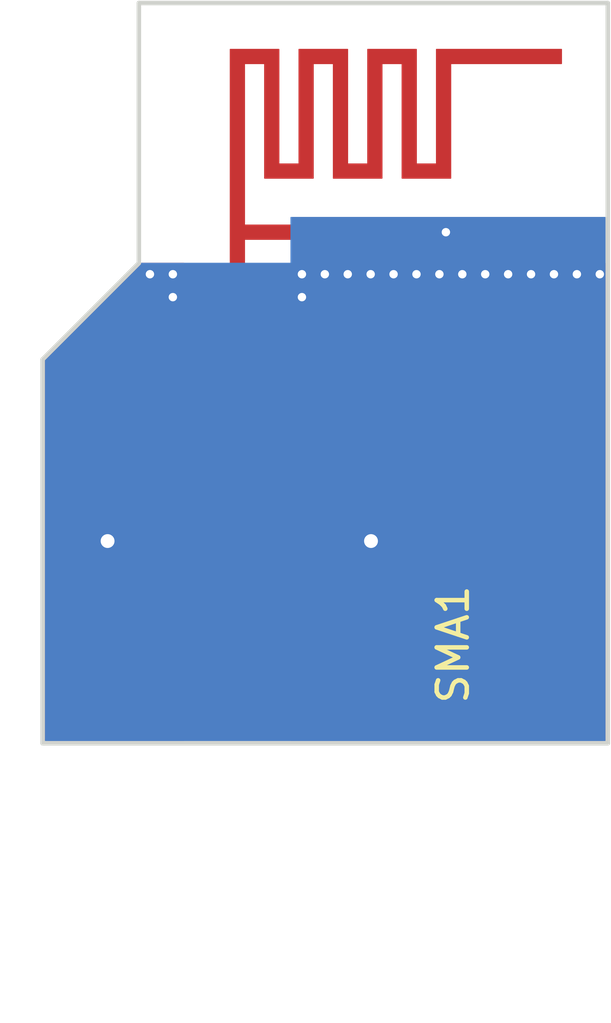
<source format=kicad_pcb>
(kicad_pcb (version 4) (host pcbnew 4.0.5)

  (general
    (links 10)
    (no_connects 1)
    (area 145.585 97.131199 166.239802 131.355001)
    (thickness 1.6)
    (drawings 11)
    (tracks 19)
    (zones 0)
    (modules 1)
    (nets 2)
  )

  (page A4)
  (layers
    (0 F.Cu signal)
    (31 B.Cu power)
    (32 B.Adhes user hide)
    (33 F.Adhes user hide)
    (34 B.Paste user hide)
    (35 F.Paste user hide)
    (36 B.SilkS user hide)
    (37 F.SilkS user hide)
    (38 B.Mask user hide)
    (39 F.Mask user hide)
    (40 Dwgs.User user hide)
    (41 Cmts.User user hide)
    (42 Eco1.User user hide)
    (43 Eco2.User user hide)
    (44 Edge.Cuts user)
    (45 Margin user)
    (46 B.CrtYd user hide)
    (47 F.CrtYd user hide)
    (48 B.Fab user)
    (49 F.Fab user)
  )

  (setup
    (last_trace_width 0.25)
    (user_trace_width 0.508)
    (user_trace_width 2.921)
    (trace_clearance 0.2)
    (zone_clearance 0.508)
    (zone_45_only yes)
    (trace_min 0.2)
    (segment_width 0.2)
    (edge_width 0.15)
    (via_size 0.6)
    (via_drill 0.4)
    (via_min_size 0.2794)
    (via_min_drill 0.2794)
    (user_via 0.381 0.2794)
    (uvia_size 0.3)
    (uvia_drill 0.1)
    (uvias_allowed no)
    (uvia_min_size 0.2)
    (uvia_min_drill 0.1)
    (pcb_text_width 0.3)
    (pcb_text_size 1.5 1.5)
    (mod_edge_width 0.15)
    (mod_text_size 1 1)
    (mod_text_width 0.15)
    (pad_size 1.524 1.524)
    (pad_drill 0.762)
    (pad_to_mask_clearance 0.2)
    (aux_axis_origin 147.1168 121.8438)
    (grid_origin 147.1168 121.8438)
    (visible_elements 7FFFFFFF)
    (pcbplotparams
      (layerselection 0x030f0_80000001)
      (usegerberextensions false)
      (excludeedgelayer true)
      (linewidth 0.127000)
      (plotframeref false)
      (viasonmask false)
      (mode 1)
      (useauxorigin true)
      (hpglpennumber 1)
      (hpglpenspeed 20)
      (hpglpendiameter 15)
      (hpglpenoverlay 2)
      (psnegative false)
      (psa4output false)
      (plotreference true)
      (plotvalue true)
      (plotinvisibletext false)
      (padsonsilk false)
      (subtractmaskfromsilk false)
      (outputformat 1)
      (mirror false)
      (drillshape 0)
      (scaleselection 1)
      (outputdirectory ""))
  )

  (net 0 "")
  (net 1 GND)

  (net_class Default "This is the default net class."
    (clearance 0.2)
    (trace_width 0.25)
    (via_dia 0.6)
    (via_drill 0.4)
    (uvia_dia 0.3)
    (uvia_drill 0.1)
    (add_net GND)
  )

  (module Connectors_Molex:Molex_SMA_Jack_Edge_Mount (layer F.Cu) (tedit 587D2992) (tstamp 58ABD0A8)
    (at 153.67 116.84 90)
    (descr "Molex SMA Jack, Edge Mount, http://www.molex.com/pdm_docs/sd/732511150_sd.pdf")
    (tags "sma edge")
    (path /58AB8622)
    (attr smd)
    (fp_text reference SMA1 (at -1.72 7.11 90) (layer F.SilkS)
      (effects (font (size 1 1) (thickness 0.15)))
    )
    (fp_text value SMA_JPXSTEM1 (at -1.72 -7.11 90) (layer F.Fab)
      (effects (font (size 1 1) (thickness 0.15)))
    )
    (fp_line (start -4.76 -0.38) (end 0.49 -0.38) (layer F.Fab) (width 0.1))
    (fp_line (start -4.76 0.38) (end 0.49 0.38) (layer F.Fab) (width 0.1))
    (fp_line (start 0.49 -0.38) (end 0.49 0.38) (layer F.Fab) (width 0.1))
    (fp_line (start 0.49 3.75) (end 0.49 4.76) (layer F.Fab) (width 0.1))
    (fp_line (start 0.49 -4.76) (end 0.49 -3.75) (layer F.Fab) (width 0.1))
    (fp_line (start -14.29 -6.09) (end -14.29 6.09) (layer F.CrtYd) (width 0.05))
    (fp_line (start -14.29 6.09) (end 2.71 6.09) (layer F.CrtYd) (width 0.05))
    (fp_line (start 2.71 -6.09) (end 2.71 6.09) (layer B.CrtYd) (width 0.05))
    (fp_line (start -14.29 -6.09) (end 2.71 -6.09) (layer B.CrtYd) (width 0.05))
    (fp_line (start -14.29 -6.09) (end -14.29 6.09) (layer B.CrtYd) (width 0.05))
    (fp_line (start -14.29 6.09) (end 2.71 6.09) (layer B.CrtYd) (width 0.05))
    (fp_line (start 2.71 -6.09) (end 2.71 6.09) (layer F.CrtYd) (width 0.05))
    (fp_line (start 2.71 -6.09) (end -14.29 -6.09) (layer F.CrtYd) (width 0.05))
    (fp_line (start -4.76 -3.75) (end 0.49 -3.75) (layer F.Fab) (width 0.1))
    (fp_line (start -4.76 3.75) (end 0.49 3.75) (layer F.Fab) (width 0.1))
    (fp_line (start -13.79 -2.65) (end -5.91 -2.65) (layer F.Fab) (width 0.1))
    (fp_line (start -13.79 -2.65) (end -13.79 2.65) (layer F.Fab) (width 0.1))
    (fp_line (start -13.79 2.65) (end -5.91 2.65) (layer F.Fab) (width 0.1))
    (fp_line (start -4.76 -3.75) (end -4.76 3.75) (layer F.Fab) (width 0.1))
    (fp_line (start 0.49 -4.76) (end -5.91 -4.76) (layer F.Fab) (width 0.1))
    (fp_line (start -5.91 -4.76) (end -5.91 4.76) (layer F.Fab) (width 0.1))
    (fp_line (start -5.91 4.76) (end 0.49 4.76) (layer F.Fab) (width 0.1))
    (pad 1 smd rect (at -1.72 0 90) (size 5.08 2.29) (layers F.Cu F.Paste F.Mask)
      (net 1 GND))
    (pad 2 smd rect (at -1.72 -4.38 90) (size 5.08 2.42) (layers F.Cu F.Paste F.Mask)
      (net 1 GND))
    (pad 2 smd rect (at -1.72 4.38 90) (size 5.08 2.42) (layers F.Cu F.Paste F.Mask)
      (net 1 GND))
    (pad 2 smd rect (at -1.72 -4.38 90) (size 5.08 2.42) (layers B.Cu B.Paste B.Mask)
      (net 1 GND))
    (pad 2 smd rect (at -1.72 4.38 90) (size 5.08 2.42) (layers B.Cu B.Paste B.Mask)
      (net 1 GND))
    (pad 2 thru_hole circle (at 1.72 -4.38 90) (size 0.97 0.97) (drill 0.46) (layers *.Cu)
      (net 1 GND))
    (pad 2 thru_hole circle (at 1.72 4.38 90) (size 0.97 0.97) (drill 0.46) (layers *.Cu)
      (net 1 GND))
    (pad 2 smd rect (at 1.27 -4.38 90) (size 0.89 0.46) (layers F.Cu)
      (net 1 GND))
    (pad 2 smd rect (at 1.27 4.38 90) (size 0.89 0.46) (layers F.Cu)
      (net 1 GND))
    (pad 2 smd rect (at 1.27 -4.38 90) (size 0.89 0.46) (layers B.Cu)
      (net 1 GND))
    (pad 2 smd rect (at 1.27 4.38 90) (size 0.89 0.46) (layers B.Cu)
      (net 1 GND))
  )

  (gr_line (start 165.9382 121.8438) (end 147.1168 121.8438) (angle 90) (layer Margin) (width 0.2))
  (gr_line (start 165.9382 97.2312) (end 165.9382 121.8438) (angle 90) (layer Margin) (width 0.2))
  (gr_line (start 165.9128 97.2312) (end 165.9382 97.2312) (angle 90) (layer Margin) (width 0.2))
  (gr_line (start 147.1168 97.2312) (end 165.9128 97.2312) (angle 90) (layer Margin) (width 0.2))
  (gr_line (start 147.1168 121.8438) (end 147.1168 97.2312) (angle 90) (layer Margin) (width 0.2))
  (gr_line (start 147.1295 121.8438) (end 165.9255 121.8438) (angle 90) (layer Edge.Cuts) (width 0.15))
  (gr_line (start 147.1295 109.0803) (end 147.1295 121.8438) (angle 90) (layer Edge.Cuts) (width 0.15))
  (gr_line (start 150.3299 105.8799) (end 147.1295 109.0803) (angle 90) (layer Edge.Cuts) (width 0.15))
  (gr_line (start 150.3299 97.2312) (end 150.3299 105.8672) (angle 90) (layer Edge.Cuts) (width 0.15))
  (gr_line (start 165.9255 97.2312) (end 150.3299 97.2312) (angle 90) (layer Edge.Cuts) (width 0.15))
  (gr_line (start 165.9255 121.8438) (end 165.9255 97.2312) (angle 90) (layer Edge.Cuts) (width 0.15))

  (via (at 165.6588 106.2482) (size 0.381) (drill 0.2794) (layers F.Cu B.Cu) (net 0))
  (via (at 164.8968 106.2482) (size 0.381) (drill 0.2794) (layers F.Cu B.Cu) (net 0))
  (via (at 164.1348 106.2482) (size 0.381) (drill 0.2794) (layers F.Cu B.Cu) (net 0))
  (via (at 163.3728 106.2482) (size 0.381) (drill 0.2794) (layers F.Cu B.Cu) (net 0))
  (via (at 162.6108 106.2482) (size 0.381) (drill 0.2794) (layers F.Cu B.Cu) (net 0))
  (via (at 161.8488 106.2482) (size 0.381) (drill 0.2794) (layers F.Cu B.Cu) (net 0))
  (via (at 161.0868 106.2482) (size 0.381) (drill 0.2794) (layers F.Cu B.Cu) (net 0))
  (via (at 160.3248 106.2482) (size 0.381) (drill 0.2794) (layers F.Cu B.Cu) (net 0))
  (via (at 159.5628 106.2482) (size 0.381) (drill 0.2794) (layers F.Cu B.Cu) (net 0))
  (via (at 158.8008 106.2482) (size 0.381) (drill 0.2794) (layers F.Cu B.Cu) (net 0))
  (via (at 158.0388 106.2482) (size 0.381) (drill 0.2794) (layers F.Cu B.Cu) (net 0))
  (via (at 157.2768 106.2482) (size 0.381) (drill 0.2794) (layers F.Cu B.Cu) (net 0))
  (via (at 156.5148 106.2482) (size 0.381) (drill 0.2794) (layers F.Cu B.Cu) (net 0))
  (via (at 155.7528 107.0102) (size 0.381) (drill 0.2794) (layers F.Cu B.Cu) (net 0))
  (via (at 155.7528 106.2482) (size 0.381) (drill 0.2794) (layers F.Cu B.Cu) (net 0))
  (via (at 151.4602 107.0102) (size 0.381) (drill 0.2794) (layers F.Cu B.Cu) (net 0))
  (via (at 150.6982 106.2482) (size 0.381) (drill 0.2794) (layers F.Cu B.Cu) (net 0))
  (via (at 151.4602 106.2482) (size 0.381) (drill 0.2794) (layers F.Cu B.Cu) (net 0))
  (via (at 160.5407 104.8512) (size 0.381) (drill 0.2794) (layers F.Cu B.Cu) (net 0))

  (zone (net 1) (net_name GND) (layer F.Cu) (tstamp 58ABD3C0) (hatch edge 0.508)
    (connect_pads yes (clearance 0))
    (min_thickness 0.03048)
    (fill yes (arc_segments 16) (thermal_gap 0.508) (thermal_bridge_width 0.508))
    (polygon
      (pts
        (xy 151.8412 121.8438) (xy 147.1168 121.8438) (xy 147.1168 115.1255) (xy 147.1295 109.0803) (xy 150.3299 105.8672)
        (xy 151.8412 105.8672)
      )
    )
    (filled_polygon
      (pts
        (xy 151.82596 121.75356) (xy 147.21974 121.75356) (xy 147.21974 109.117678) (xy 150.393709 105.943709) (xy 150.413271 105.914434)
        (xy 150.419634 105.88244) (xy 151.82596 105.88244)
      )
    )
  )
  (zone (net 1) (net_name GND) (layer F.Cu) (tstamp 58ABE67B) (hatch edge 0.508)
    (connect_pads yes (clearance 0))
    (min_thickness 0.03048)
    (fill yes (arc_segments 16) (thermal_gap 0.508) (thermal_bridge_width 0.508))
    (polygon
      (pts
        (xy 155.0035 102.5652) (xy 155.6385 102.5652) (xy 155.6385 98.7552) (xy 157.2895 98.7552) (xy 157.2895 102.5652)
        (xy 157.9245 102.5652) (xy 157.9245 98.7552) (xy 159.5755 98.7552) (xy 159.5755 102.5652) (xy 160.2105 102.5652)
        (xy 160.2105 98.7552) (xy 164.4015 98.7552) (xy 164.4015 99.2632) (xy 160.7185 99.2632) (xy 160.7185 103.0732)
        (xy 159.0675 103.0732) (xy 159.0675 99.2632) (xy 158.4325 99.2632) (xy 158.4325 103.0732) (xy 156.7815 103.0732)
        (xy 156.7815 99.2632) (xy 156.1465 99.2632) (xy 156.1465 103.0732) (xy 154.4955 103.0732) (xy 154.4955 99.2632)
        (xy 153.8605 99.2632) (xy 153.8605 104.5972) (xy 160.7947 104.5972) (xy 160.7947 105.1052) (xy 153.8605 105.1052)
        (xy 153.8605 105.8672) (xy 155.067 106.8832) (xy 155.067 121.0945) (xy 152.146 121.0945) (xy 152.146 106.8832)
        (xy 153.3525 105.8672) (xy 153.3525 98.7552) (xy 155.0035 98.7552)
      )
    )
    (filled_polygon
      (pts
        (xy 154.98826 102.5652) (xy 154.989461 102.571129) (xy 154.992874 102.576124) (xy 154.997961 102.579398) (xy 155.0035 102.58044)
        (xy 155.6385 102.58044) (xy 155.644429 102.579239) (xy 155.649424 102.575826) (xy 155.652698 102.570739) (xy 155.65374 102.5652)
        (xy 155.65374 98.77044) (xy 157.27426 98.77044) (xy 157.27426 102.5652) (xy 157.275461 102.571129) (xy 157.278874 102.576124)
        (xy 157.283961 102.579398) (xy 157.2895 102.58044) (xy 157.9245 102.58044) (xy 157.930429 102.579239) (xy 157.935424 102.575826)
        (xy 157.938698 102.570739) (xy 157.93974 102.5652) (xy 157.93974 98.77044) (xy 159.56026 98.77044) (xy 159.56026 102.5652)
        (xy 159.561461 102.571129) (xy 159.564874 102.576124) (xy 159.569961 102.579398) (xy 159.5755 102.58044) (xy 160.2105 102.58044)
        (xy 160.216429 102.579239) (xy 160.221424 102.575826) (xy 160.224698 102.570739) (xy 160.22574 102.5652) (xy 160.22574 98.77044)
        (xy 164.38626 98.77044) (xy 164.38626 99.24796) (xy 160.7185 99.24796) (xy 160.712571 99.249161) (xy 160.707576 99.252574)
        (xy 160.704302 99.257661) (xy 160.70326 99.2632) (xy 160.70326 103.05796) (xy 159.08274 103.05796) (xy 159.08274 99.2632)
        (xy 159.081539 99.257271) (xy 159.078126 99.252276) (xy 159.073039 99.249002) (xy 159.0675 99.24796) (xy 158.4325 99.24796)
        (xy 158.426571 99.249161) (xy 158.421576 99.252574) (xy 158.418302 99.257661) (xy 158.41726 99.2632) (xy 158.41726 103.05796)
        (xy 156.79674 103.05796) (xy 156.79674 99.2632) (xy 156.795539 99.257271) (xy 156.792126 99.252276) (xy 156.787039 99.249002)
        (xy 156.7815 99.24796) (xy 156.1465 99.24796) (xy 156.140571 99.249161) (xy 156.135576 99.252574) (xy 156.132302 99.257661)
        (xy 156.13126 99.2632) (xy 156.13126 103.05796) (xy 154.51074 103.05796) (xy 154.51074 99.2632) (xy 154.509539 99.257271)
        (xy 154.506126 99.252276) (xy 154.501039 99.249002) (xy 154.4955 99.24796) (xy 153.8605 99.24796) (xy 153.854571 99.249161)
        (xy 153.849576 99.252574) (xy 153.846302 99.257661) (xy 153.84526 99.2632) (xy 153.84526 104.5972) (xy 153.846461 104.603129)
        (xy 153.849874 104.608124) (xy 153.854961 104.611398) (xy 153.8605 104.61244) (xy 160.77946 104.61244) (xy 160.77946 105.08996)
        (xy 153.8605 105.08996) (xy 153.854571 105.091161) (xy 153.849576 105.094574) (xy 153.846302 105.099661) (xy 153.84526 105.1052)
        (xy 153.84526 105.8672) (xy 153.846461 105.873129) (xy 153.850683 105.878857) (xy 155.05176 106.89029) (xy 155.05176 121.07926)
        (xy 152.16124 121.07926) (xy 152.16124 106.89029) (xy 153.362317 105.878857) (xy 153.366079 105.87412) (xy 153.36774 105.8672)
        (xy 153.36774 98.77044) (xy 154.98826 98.77044)
      )
    )
  )
  (zone (net 1) (net_name GND) (layer B.Cu) (tstamp 58ABE67B) (hatch edge 0.508)
    (connect_pads yes (clearance 0))
    (min_thickness 0.03048)
    (fill yes (arc_segments 16) (thermal_gap 0.508) (thermal_bridge_width 0.508))
    (polygon
      (pts
        (xy 165.9255 121.8438) (xy 147.1168 121.8438) (xy 147.1168 115.1255) (xy 147.1295 109.0803) (xy 150.3299 105.8672)
        (xy 155.3718 105.8672) (xy 155.3718 104.3432) (xy 165.9255 104.3432)
      )
    )
    (filled_polygon
      (pts
        (xy 165.83526 121.75356) (xy 147.21974 121.75356) (xy 147.21974 109.117678) (xy 150.393709 105.943709) (xy 150.413271 105.914434)
        (xy 150.419634 105.88244) (xy 155.3718 105.88244) (xy 155.377729 105.881239) (xy 155.382724 105.877826) (xy 155.385998 105.872739)
        (xy 155.38704 105.8672) (xy 155.38704 104.35844) (xy 165.83526 104.35844)
      )
    )
  )
  (zone (net 1) (net_name GND) (layer F.Cu) (tstamp 58ABF273) (hatch edge 0.508)
    (connect_pads yes (clearance 0))
    (min_thickness 0.03048)
    (fill yes (arc_segments 16) (thermal_gap 0.508) (thermal_bridge_width 0.508))
    (polygon
      (pts
        (xy 165.9382 121.8438) (xy 155.3718 121.8438) (xy 155.3718 105.8672) (xy 165.9128 105.8672)
      )
    )
    (filled_polygon
      (pts
        (xy 165.83526 121.75356) (xy 155.38704 121.75356) (xy 155.38704 105.88244) (xy 165.83526 105.88244)
      )
    )
  )
)

</source>
